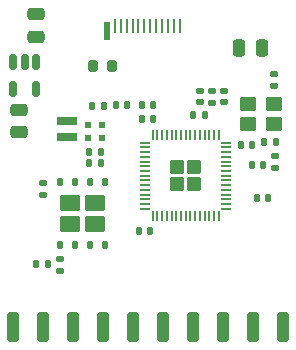
<source format=gbr>
%TF.GenerationSoftware,KiCad,Pcbnew,9.0.4*%
%TF.CreationDate,2025-09-23T00:44:44+02:00*%
%TF.ProjectId,rp2350_gpio_card,72703233-3530-45f6-9770-696f5f636172,X1*%
%TF.SameCoordinates,Original*%
%TF.FileFunction,Paste,Top*%
%TF.FilePolarity,Positive*%
%FSLAX46Y46*%
G04 Gerber Fmt 4.6, Leading zero omitted, Abs format (unit mm)*
G04 Created by KiCad (PCBNEW 9.0.4) date 2025-09-23 00:44:44*
%MOMM*%
%LPD*%
G01*
G04 APERTURE LIST*
G04 Aperture macros list*
%AMRoundRect*
0 Rectangle with rounded corners*
0 $1 Rounding radius*
0 $2 $3 $4 $5 $6 $7 $8 $9 X,Y pos of 4 corners*
0 Add a 4 corners polygon primitive as box body*
4,1,4,$2,$3,$4,$5,$6,$7,$8,$9,$2,$3,0*
0 Add four circle primitives for the rounded corners*
1,1,$1+$1,$2,$3*
1,1,$1+$1,$4,$5*
1,1,$1+$1,$6,$7*
1,1,$1+$1,$8,$9*
0 Add four rect primitives between the rounded corners*
20,1,$1+$1,$2,$3,$4,$5,0*
20,1,$1+$1,$4,$5,$6,$7,0*
20,1,$1+$1,$6,$7,$8,$9,0*
20,1,$1+$1,$8,$9,$2,$3,0*%
%AMFreePoly0*
4,1,18,-0.437500,0.050000,-0.433694,0.069134,-0.422855,0.085355,-0.406634,0.096194,-0.387500,0.100000,0.387500,0.100000,0.437500,0.050000,0.437500,-0.050000,0.433694,-0.069134,0.422855,-0.085355,0.406634,-0.096194,0.387500,-0.100000,-0.387500,-0.100000,-0.406634,-0.096194,-0.422855,-0.085355,-0.433694,-0.069134,-0.437500,-0.050000,-0.437500,0.050000,-0.437500,0.050000,$1*%
%AMFreePoly1*
4,1,18,-0.437500,0.050000,-0.433694,0.069134,-0.422855,0.085355,-0.406634,0.096194,-0.387500,0.100000,0.387500,0.100000,0.406634,0.096194,0.422855,0.085355,0.433694,0.069134,0.437500,0.050000,0.437500,-0.050000,0.387500,-0.100000,-0.387500,-0.100000,-0.406634,-0.096194,-0.422855,-0.085355,-0.433694,-0.069134,-0.437500,-0.050000,-0.437500,0.050000,-0.437500,0.050000,$1*%
%AMFreePoly2*
4,1,18,-0.100000,0.387500,-0.050000,0.437500,0.050000,0.437500,0.069134,0.433694,0.085355,0.422855,0.096194,0.406634,0.100000,0.387500,0.100000,-0.387500,0.096194,-0.406634,0.085355,-0.422855,0.069134,-0.433694,0.050000,-0.437500,-0.050000,-0.437500,-0.069134,-0.433694,-0.085355,-0.422855,-0.096194,-0.406634,-0.100000,-0.387500,-0.100000,0.387500,-0.100000,0.387500,$1*%
%AMFreePoly3*
4,1,18,-0.100000,0.387500,-0.096194,0.406634,-0.085355,0.422855,-0.069134,0.433694,-0.050000,0.437500,0.050000,0.437500,0.100000,0.387500,0.100000,-0.387500,0.096194,-0.406634,0.085355,-0.422855,0.069134,-0.433694,0.050000,-0.437500,-0.050000,-0.437500,-0.069134,-0.433694,-0.085355,-0.422855,-0.096194,-0.406634,-0.100000,-0.387500,-0.100000,0.387500,-0.100000,0.387500,$1*%
%AMFreePoly4*
4,1,18,-0.437500,0.050000,-0.433694,0.069134,-0.422855,0.085355,-0.406634,0.096194,-0.387500,0.100000,0.387500,0.100000,0.406634,0.096194,0.422855,0.085355,0.433694,0.069134,0.437500,0.050000,0.437500,-0.050000,0.433694,-0.069134,0.422855,-0.085355,0.406634,-0.096194,0.387500,-0.100000,-0.387500,-0.100000,-0.437500,-0.050000,-0.437500,0.050000,-0.437500,0.050000,$1*%
%AMFreePoly5*
4,1,18,-0.437500,0.050000,-0.387500,0.100000,0.387500,0.100000,0.406634,0.096194,0.422855,0.085355,0.433694,0.069134,0.437500,0.050000,0.437500,-0.050000,0.433694,-0.069134,0.422855,-0.085355,0.406634,-0.096194,0.387500,-0.100000,-0.387500,-0.100000,-0.406634,-0.096194,-0.422855,-0.085355,-0.433694,-0.069134,-0.437500,-0.050000,-0.437500,0.050000,-0.437500,0.050000,$1*%
%AMFreePoly6*
4,1,18,-0.100000,0.387500,-0.096194,0.406634,-0.085355,0.422855,-0.069134,0.433694,-0.050000,0.437500,0.050000,0.437500,0.069134,0.433694,0.085355,0.422855,0.096194,0.406634,0.100000,0.387500,0.100000,-0.387500,0.050000,-0.437500,-0.050000,-0.437500,-0.069134,-0.433694,-0.085355,-0.422855,-0.096194,-0.406634,-0.100000,-0.387500,-0.100000,0.387500,-0.100000,0.387500,$1*%
%AMFreePoly7*
4,1,18,-0.100000,0.387500,-0.096194,0.406634,-0.085355,0.422855,-0.069134,0.433694,-0.050000,0.437500,0.050000,0.437500,0.069134,0.433694,0.085355,0.422855,0.096194,0.406634,0.100000,0.387500,0.100000,-0.387500,0.096194,-0.406634,0.085355,-0.422855,0.069134,-0.433694,0.050000,-0.437500,-0.050000,-0.437500,-0.100000,-0.387500,-0.100000,0.387500,-0.100000,0.387500,$1*%
G04 Aperture macros list end*
%ADD10RoundRect,0.200000X0.200000X0.275000X-0.200000X0.275000X-0.200000X-0.275000X0.200000X-0.275000X0*%
%ADD11RoundRect,0.135000X0.185000X-0.135000X0.185000X0.135000X-0.185000X0.135000X-0.185000X-0.135000X0*%
%ADD12RoundRect,0.250000X0.475000X-0.250000X0.475000X0.250000X-0.475000X0.250000X-0.475000X-0.250000X0*%
%ADD13RoundRect,0.135000X-0.185000X0.135000X-0.185000X-0.135000X0.185000X-0.135000X0.185000X0.135000X0*%
%ADD14RoundRect,0.250000X0.450000X0.350000X-0.450000X0.350000X-0.450000X-0.350000X0.450000X-0.350000X0*%
%ADD15R,0.530000X0.470000*%
%ADD16RoundRect,0.135000X-0.135000X-0.185000X0.135000X-0.185000X0.135000X0.185000X-0.135000X0.185000X0*%
%ADD17RoundRect,0.140000X-0.140000X-0.170000X0.140000X-0.170000X0.140000X0.170000X-0.140000X0.170000X0*%
%ADD18RoundRect,0.250000X-0.250000X-0.475000X0.250000X-0.475000X0.250000X0.475000X-0.250000X0.475000X0*%
%ADD19RoundRect,0.140000X0.140000X0.170000X-0.140000X0.170000X-0.140000X-0.170000X0.140000X-0.170000X0*%
%ADD20RoundRect,0.250000X-0.250000X1.000000X-0.250000X-1.000000X0.250000X-1.000000X0.250000X1.000000X0*%
%ADD21RoundRect,0.150000X-0.150000X0.512500X-0.150000X-0.512500X0.150000X-0.512500X0.150000X0.512500X0*%
%ADD22RoundRect,0.140000X0.170000X-0.140000X0.170000X0.140000X-0.170000X0.140000X-0.170000X-0.140000X0*%
%ADD23RoundRect,0.250000X-0.475000X0.250000X-0.475000X-0.250000X0.475000X-0.250000X0.475000X0.250000X0*%
%ADD24RoundRect,0.250000X0.615000X-0.435000X0.615000X0.435000X-0.615000X0.435000X-0.615000X-0.435000X0*%
%ADD25RoundRect,0.125000X0.125000X-0.250000X0.125000X0.250000X-0.125000X0.250000X-0.125000X-0.250000X0*%
%ADD26R,0.600000X1.550000*%
%ADD27R,0.250000X1.300000*%
%ADD28RoundRect,0.250000X0.350000X-0.350000X0.350000X0.350000X-0.350000X0.350000X-0.350000X-0.350000X0*%
%ADD29FreePoly0,90.000000*%
%ADD30RoundRect,0.050000X0.050000X-0.387500X0.050000X0.387500X-0.050000X0.387500X-0.050000X-0.387500X0*%
%ADD31FreePoly1,90.000000*%
%ADD32FreePoly2,90.000000*%
%ADD33RoundRect,0.050000X0.387500X-0.050000X0.387500X0.050000X-0.387500X0.050000X-0.387500X-0.050000X0*%
%ADD34FreePoly3,90.000000*%
%ADD35FreePoly4,90.000000*%
%ADD36FreePoly5,90.000000*%
%ADD37FreePoly6,90.000000*%
%ADD38FreePoly7,90.000000*%
%ADD39R,1.700000X0.700000*%
G04 APERTURE END LIST*
D10*
%TO.C,R4*%
X100530183Y-57546434D03*
X98880183Y-57546434D03*
%TD*%
D11*
%TO.C,R8*%
X114300000Y-66110000D03*
X114300000Y-65090000D03*
%TD*%
D12*
%TO.C,C19*%
X94055183Y-55046434D03*
X94055183Y-53146434D03*
%TD*%
D13*
%TO.C,R5*%
X94700000Y-67390000D03*
X94700000Y-68410000D03*
%TD*%
D14*
%TO.C,Y1*%
X114235183Y-60726434D03*
X112035183Y-60726434D03*
X112035183Y-62426434D03*
X114235183Y-62426434D03*
%TD*%
D15*
%TO.C,C1*%
X99700000Y-63565000D03*
X99700000Y-62535000D03*
%TD*%
D16*
%TO.C,R7*%
X94070000Y-74250000D03*
X95090000Y-74250000D03*
%TD*%
D17*
%TO.C,C9*%
X102780000Y-71480000D03*
X103740000Y-71480000D03*
%TD*%
D18*
%TO.C,C2*%
X111280000Y-56000000D03*
X113180000Y-56000000D03*
%TD*%
D17*
%TO.C,C10*%
X107400000Y-61646434D03*
X108360000Y-61646434D03*
%TD*%
D19*
%TO.C,C17*%
X103980000Y-60850000D03*
X103020000Y-60850000D03*
%TD*%
D20*
%TO.C,J2*%
X114985183Y-79600000D03*
X112445183Y-79600000D03*
X109905183Y-79600000D03*
X107365183Y-79600000D03*
X104825183Y-79600000D03*
X102285183Y-79600000D03*
X99745183Y-79600000D03*
X97205183Y-79600000D03*
X94665183Y-79600000D03*
X92125183Y-79600000D03*
%TD*%
D19*
%TO.C,C8*%
X103980000Y-62000000D03*
X103020000Y-62000000D03*
%TD*%
D15*
%TO.C,C3*%
X98500000Y-63565000D03*
X98500000Y-62535000D03*
%TD*%
D17*
%TO.C,C5*%
X100820000Y-60850000D03*
X101780000Y-60850000D03*
%TD*%
D16*
%TO.C,R3*%
X98590000Y-64750000D03*
X99610000Y-64750000D03*
%TD*%
D21*
%TO.C,U4*%
X94067683Y-57208934D03*
X93117683Y-57208934D03*
X92167683Y-57208934D03*
X92167683Y-59483934D03*
X94067683Y-59483934D03*
%TD*%
D16*
%TO.C,R1*%
X98790000Y-60860000D03*
X99810000Y-60860000D03*
%TD*%
D22*
%TO.C,C15*%
X114235183Y-59180000D03*
X114235183Y-58220000D03*
%TD*%
D16*
%TO.C,R2*%
X98590000Y-65700000D03*
X99610000Y-65700000D03*
%TD*%
D23*
%TO.C,C21*%
X92600000Y-61200000D03*
X92600000Y-63100000D03*
%TD*%
D17*
%TO.C,C12*%
X111440000Y-64160000D03*
X112400000Y-64160000D03*
%TD*%
D22*
%TO.C,C4*%
X110005183Y-60576434D03*
X110005183Y-59616434D03*
%TD*%
D24*
%TO.C,U2*%
X96930183Y-70846434D03*
X99080183Y-70846434D03*
X96930183Y-69146434D03*
X99080183Y-69146434D03*
D25*
X96100183Y-72696434D03*
X97370183Y-72696434D03*
X98640183Y-72696434D03*
X99910183Y-72696434D03*
X99910183Y-67296434D03*
X98640183Y-67296434D03*
X97370183Y-67296434D03*
X96100183Y-67296434D03*
%TD*%
D26*
%TO.C,P1*%
X100100000Y-54575000D03*
D27*
X100750000Y-54150000D03*
X101250000Y-54150000D03*
X101750000Y-54150000D03*
X102250000Y-54150000D03*
X102750000Y-54150000D03*
X103250000Y-54150000D03*
X103750000Y-54150000D03*
X104250000Y-54150000D03*
X104750000Y-54150000D03*
X105250000Y-54150000D03*
X105750000Y-54150000D03*
X106250000Y-54150000D03*
%TD*%
D22*
%TO.C,C6*%
X109000000Y-60610000D03*
X109000000Y-59650000D03*
%TD*%
%TO.C,C7*%
X107980000Y-60600000D03*
X107980000Y-59640000D03*
%TD*%
D17*
%TO.C,C13*%
X112770000Y-68650000D03*
X113730000Y-68650000D03*
%TD*%
D11*
%TO.C,R6*%
X96100000Y-74850000D03*
X96100000Y-73830000D03*
%TD*%
D17*
%TO.C,C14*%
X112367836Y-65930000D03*
X113327836Y-65930000D03*
%TD*%
%TO.C,C16*%
X113405183Y-63956434D03*
X114365183Y-63956434D03*
%TD*%
D28*
%TO.C,U1*%
X106055183Y-67496434D03*
X107455183Y-67496434D03*
X106055183Y-66096434D03*
X107455183Y-66096434D03*
D29*
X103955183Y-70233934D03*
D30*
X104355183Y-70233934D03*
X104755183Y-70233934D03*
X105155183Y-70233934D03*
X105555183Y-70233934D03*
X105955183Y-70233934D03*
X106355183Y-70233934D03*
X106755183Y-70233934D03*
X107155183Y-70233934D03*
X107555183Y-70233934D03*
X107955183Y-70233934D03*
X108355183Y-70233934D03*
X108755183Y-70233934D03*
X109155183Y-70233934D03*
D31*
X109555183Y-70233934D03*
D32*
X110192683Y-69596434D03*
D33*
X110192683Y-69196434D03*
X110192683Y-68796434D03*
X110192683Y-68396434D03*
X110192683Y-67996434D03*
X110192683Y-67596434D03*
X110192683Y-67196434D03*
X110192683Y-66796434D03*
X110192683Y-66396434D03*
X110192683Y-65996434D03*
X110192683Y-65596434D03*
X110192683Y-65196434D03*
X110192683Y-64796434D03*
X110192683Y-64396434D03*
D34*
X110192683Y-63996434D03*
D35*
X109555183Y-63358934D03*
D30*
X109155183Y-63358934D03*
X108755183Y-63358934D03*
X108355183Y-63358934D03*
X107955183Y-63358934D03*
X107555183Y-63358934D03*
X107155183Y-63358934D03*
X106755183Y-63358934D03*
X106355183Y-63358934D03*
X105955183Y-63358934D03*
X105555183Y-63358934D03*
X105155183Y-63358934D03*
X104755183Y-63358934D03*
X104355183Y-63358934D03*
D36*
X103955183Y-63358934D03*
D37*
X103317683Y-63996434D03*
D33*
X103317683Y-64396434D03*
X103317683Y-64796434D03*
X103317683Y-65196434D03*
X103317683Y-65596434D03*
X103317683Y-65996434D03*
X103317683Y-66396434D03*
X103317683Y-66796434D03*
X103317683Y-67196434D03*
X103317683Y-67596434D03*
X103317683Y-67996434D03*
X103317683Y-68396434D03*
X103317683Y-68796434D03*
X103317683Y-69196434D03*
D38*
X103317683Y-69596434D03*
%TD*%
D39*
%TO.C,L1*%
X96708211Y-63550000D03*
X96708211Y-62150000D03*
%TD*%
M02*

</source>
